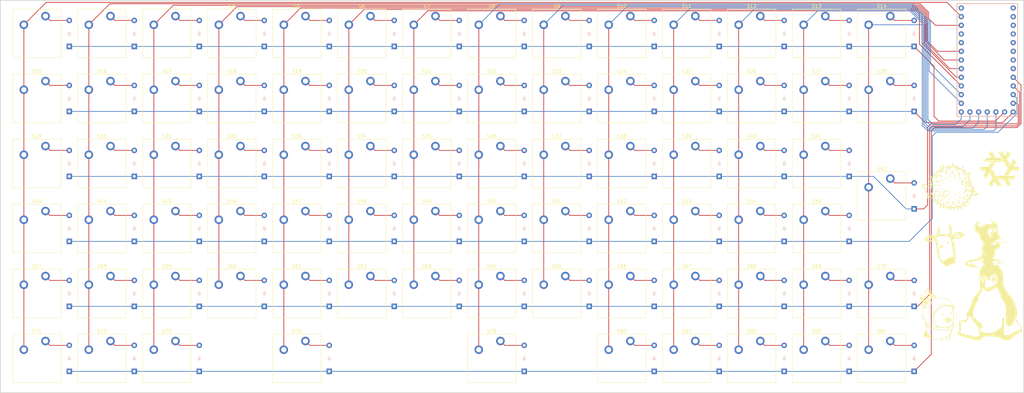
<source format=kicad_pcb>
(kicad_pcb (version 20241229) (generator "pcbnew") (generator_version "9.0")
  (layers (0 "F.Cu" signal) (2 "B.Cu" signal) (13 "F.Paste" user) (15 "B.Paste" user) (5 "F.SilkS" user "F.Silkscreen") (7 "B.SilkS" user "B.Silkscreen") (1 "F.Mask" user) (3 "B.Mask" user) (25 "Edge.Cuts" user))
  (net 0 "")
  (net 1 "Row 0")
  (net 2 "Net-(D1-A)")
  (net 3 "Net-(D2-A)")
  (net 4 "Net-(D3-A)")
  (net 5 "Net-(D4-A)")
  (net 6 "Net-(D5-A)")
  (net 7 "Net-(D6-A)")
  (net 8 "Net-(D7-A)")
  (net 9 "Net-(D8-A)")
  (net 10 "Net-(D9-A)")
  (net 11 "Net-(D10-A)")
  (net 12 "Net-(D11-A)")
  (net 13 "Net-(D12-A)")
  (net 14 "Net-(D13-A)")
  (net 15 "Net-(D14-A)")
  (net 16 "Net-(D15-A)")
  (net 17 "Row 1")
  (net 18 "Net-(D16-A)")
  (net 19 "Net-(D17-A)")
  (net 20 "Net-(D18-A)")
  (net 21 "Net-(D19-A)")
  (net 22 "Net-(D20-A)")
  (net 23 "Net-(D21-A)")
  (net 24 "Net-(D22-A)")
  (net 25 "Net-(D23-A)")
  (net 26 "Net-(D24-A)")
  (net 27 "Net-(D25-A)")
  (net 28 "Net-(D26-A)")
  (net 29 "Net-(D27-A)")
  (net 30 "Net-(D28-A)")
  (net 31 "Net-(D29-A)")
  (net 32 "Row 2")
  (net 33 "Net-(D30-A)")
  (net 34 "Net-(D31-A)")
  (net 35 "Net-(D32-A)")
  (net 36 "Net-(D33-A)")
  (net 37 "Net-(D34-A)")
  (net 38 "Net-(D35-A)")
  (net 39 "Net-(D36-A)")
  (net 40 "Net-(D37-A)")
  (net 41 "Net-(D38-A)")
  (net 42 "Net-(D39-A)")
  (net 43 "Net-(D40-A)")
  (net 44 "Net-(D41-A)")
  (net 45 "Net-(D42-A)")
  (net 46 "Row 3")
  (net 47 "Net-(D43-A)")
  (net 48 "Net-(D44-A)")
  (net 49 "Net-(D45-A)")
  (net 50 "Net-(D46-A)")
  (net 51 "Net-(D47-A)")
  (net 52 "Net-(D48-A)")
  (net 53 "Net-(D49-A)")
  (net 54 "Net-(D50-A)")
  (net 55 "Net-(D51-A)")
  (net 56 "Net-(D52-A)")
  (net 57 "Net-(D53-A)")
  (net 58 "Net-(D54-A)")
  (net 59 "Net-(D55-A)")
  (net 60 "Row 4")
  (net 61 "Net-(D57-A)")
  (net 62 "Net-(D58-A)")
  (net 63 "Net-(D59-A)")
  (net 64 "Net-(D60-A)")
  (net 65 "Net-(D61-A)")
  (net 66 "Net-(D62-A)")
  (net 67 "Net-(D63-A)")
  (net 68 "Net-(D64-A)")
  (net 69 "Net-(D65-A)")
  (net 70 "Net-(D66-A)")
  (net 71 "Net-(D67-A)")
  (net 72 "Net-(D68-A)")
  (net 73 "Net-(D69-A)")
  (net 74 "Net-(D70-A)")
  (net 75 "Row 5")
  (net 76 "Net-(D71-A)")
  (net 77 "Net-(D72-A)")
  (net 78 "Net-(D73-A)")
  (net 79 "Net-(D75-A)")
  (net 80 "Net-(D78-A)")
  (net 81 "Net-(D80-A)")
  (net 82 "Net-(D81-A)")
  (net 83 "Net-(D82-A)")
  (net 84 "Net-(D83-A)")
  (net 85 "Net-(D84-A)")
  (net 86 "Column 0")
  (net 87 "Column 1")
  (net 88 "Column 2")
  (net 89 "Column 3")
  (net 90 "Column 4")
  (net 91 "Column 5")
  (net 92 "Column 6")
  (net 93 "Column 7")
  (net 94 "Column 8")
  (net 95 "Column 9")
  (net 96 "Column 10")
  (net 97 "Column 11")
  (net 98 "Column 12")
  (net 99 "Column 13")
  (footprint "ScottoKeebs_MX:MX_PCB_1.00u" (layer "F.Cu") (at 50.345 67.47)
    (property "Reference" "S30")
    (property "Value" "Keyswitch")
  )
  (footprint "ScottoKeebs_MX:MX_PCB_1.00u" (layer "F.Cu") (at 240.845 124.62)
    (property "Reference" "S82")
    (property "Value" "Keyswitch")
  )
  (footprint "ScottoKeebs_MX:MX_PCB_1.00u" (layer "F.Cu") (at 145.595 105.57)
    (property "Reference" "S63")
    (property "Value" "Keyswitch")
  )
  (footprint "ScottoKeebs_MX:MX_PCB_1.00u" (layer "F.Cu") (at 202.745 67.47)
    (property "Reference" "S38")
    (property "Value" "Keyswitch")
  )
  (footprint "ScottoKeebs_MX:MX_PCB_1.00u" (layer "F.Cu") (at 164.6625 29.37)
    (property "Reference" "S8")
    (property "Value" "Keyswitch")
  )
  (footprint "ScottoKeebs_MX:MX_PCB_1.00u" (layer "F.Cu") (at 69.395 67.47)
    (property "Reference" "S31")
    (property "Value" "Keyswitch")
  )
  (footprint "ScottoKeebs_MX:MX_PCB_1.00u" (layer "F.Cu") (at 278.945 105.57)
    (property "Reference" "S70")
    (property "Value" "Keyswitch")
  )
  (footprint "ScottoKeebs_MX:MX_PCB_1.00u" (layer "F.Cu") (at 69.395 105.57)
    (property "Reference" "S59")
    (property "Value" "Keyswitch")
  )
  (footprint "ScottoKeebs_MX:MX_PCB_1.00u" (layer "F.Cu") (at 202.745 48.42)
    (property "Reference" "S24")
    (property "Value" "Keyswitch")
  )
  (footprint "ScottoKeebs_MX:MX_PCB_1.00u" (layer "F.Cu") (at 164.645 48.42)
    (property "Reference" "S22")
    (property "Value" "Keyswitch")
  )
  (footprint "ScottoKeebs_MX:MX_PCB_1.00u" (layer "F.Cu") (at 240.845 67.47)
    (property "Reference" "S40")
    (property "Value" "Keyswitch")
  )
  (footprint "ScottoKeebs_MX:MX_PCB_1.00u" (layer "F.Cu") (at 88.445 105.57)
    (property "Reference" "S60")
    (property "Value" "Keyswitch")
  )
  (footprint "ScottoKeebs_MX:MX_PCB_1.00u" (layer "F.Cu") (at 31.295 86.52)
    (property "Reference" "S43")
    (property "Value" "Keyswitch")
  )
  (footprint "ScottoKeebs_MX:MX_PCB_1.00u" (layer "F.Cu") (at 278.945 76.995)
    (property "Reference" "S42")
    (property "Value" "Keyswitch")
  )
  (footprint "ScottoKeebs_MX:MX_PCB_1.00u" (layer "F.Cu") (at 240.845 48.42)
    (property "Reference" "S26")
    (property "Value" "Keyswitch")
  )
  (footprint "ScottoKeebs_MX:MX_PCB_1.00u" (layer "F.Cu") (at 126.5625 29.37)
    (property "Reference" "S6")
    (property "Value" "Keyswitch")
  )
  (footprint "ScottoKeebs_MX:MX_PCB_1.00u" (layer "F.Cu") (at 164.645 67.47)
    (property "Reference" "S36")
    (property "Value" "Keyswitch")
  )
  (footprint "ScottoKeebs_MX:MX_PCB_1.00u" (layer "F.Cu") (at 69.395 48.42)
    (property "Reference" "S17")
    (property "Value" "Keyswitch")
  )
  (footprint "ScottoKeebs_MX:MX_PCB_1.00u" (layer "F.Cu") (at 221.79 29.36)
    (property "Reference" "S11")
    (property "Value" "Keyswitch")
  )
  (footprint "ScottoKeebs_MX:MX_PCB_1.00u" (layer "F.Cu") (at 278.945 124.62)
    (property "Reference" "S84")
    (property "Value" "Keyswitch")
  )
  (footprint "ScottoKeebs_MX:MX_PCB_1.00u" (layer "F.Cu") (at 221.795 67.47)
    (property "Reference" "S39")
    (property "Value" "Keyswitch")
  )
  (footprint "ScottoKeebs_MX:MX_PCB_1.00u" (layer "F.Cu") (at 164.645 105.57)
    (property "Reference" "S64")
    (property "Value" "Keyswitch")
  )
  (footprint "ScottoKeebs_MX:MX_PCB_1.00u" (layer "F.Cu") (at 31.295 48.42)
    (property "Reference" "S15")
    (property "Value" "Keyswitch")
  )
  (footprint "ScottoKeebs_MX:MX_PCB_1.00u" (layer "F.Cu") (at 145.595 48.42)
    (property "Reference" "S21")
    (property "Value" "Keyswitch")
  )
  (footprint "ScottoKeebs_MX:MX_PCB_1.00u" (layer "F.Cu") (at 88.4625 29.37)
    (property "Reference" "S4")
    (property "Value" "Keyswitch")
  )
  (footprint "ScottoKeebs_MX:MX_PCB_1.00u" (layer "F.Cu") (at 50.345 105.57)
    (property "Reference" "S58")
    (property "Value" "Keyswitch")
  )
  (footprint "ScottoKeebs_MX:MX_PCB_1.00u" (layer "F.Cu") (at 50.345 86.52)
    (property "Reference" "S44")
    (property "Value" "Keyswitch")
  )
  (footprint "ScottoKeebs_MX:MX_PCB_1.00u" (layer "F.Cu") (at 259.895 105.57)
    (property "Reference" "S69")
    (property "Value" "Keyswitch")
  )
  (footprint "ScottoKeebs_MX:MX_PCB_1.00u" (layer "F.Cu") (at 202.745 86.52)
    (property "Reference" "S52")
    (property "Value" "Keyswitch")
  )
  (footprint "LOGO" (layer "F.Cu") (at 305.095001 89.361909)
    (property "Reference" "G***" (hide yes))
    (property "Value" "LOGO" (hide yes))
  )
  (footprint "ScottoKeebs_MX:MX_PCB_1.00u" (layer "F.Cu") (at 50.345 124.62)
    (property "Reference" "S72")
    (property "Value" "Keyswitch")
  )
  (footprint "ScottoKeebs_MX:MX_PCB_1.00u" (layer "F.Cu") (at 107.5125 29.37)
    (property "Reference" "S5")
    (property "Value" "Keyswitch")
  )
  (footprint "ScottoKeebs_MX:MX_PCB_1.00u" (layer "F.Cu") (at 221.795 86.52)
    (property "Reference" "S53")
    (property "Value" "Keyswitch")
  )
  (footprint "ScottoKeebs_MX:MX_PCB_1.00u" (layer "F.Cu") (at 126.545 105.57)
    (property "Reference" "S62")
    (property "Value" "Keyswitch")
  )
  (footprint "ScottoKeebs_MX:MX_PCB_1.00u" (layer "F.Cu") (at 50.345 48.42)
    (property "Reference" "S16")
    (property "Value" "Keyswitch")
  )
  (footprint "ScottoKeebs_MX:MX_PCB_1.00u" (layer "F.Cu") (at 145.6125 29.37)
    (property "Reference" "S7")
    (property "Value" "Keyswitch")
  )
  (footprint "ScottoKeebs_MCU:RP2040_Pro_Micro" (layer "F.Cu") (at 309.90125 38.41875)
    (property "Reference" "U1" (hide yes))
    (property "Value" "RP2040_Pro_Micro" (hide yes))
  )
  (footprint "ScottoKeebs_MX:MX_PCB_1.00u" (layer "F.Cu") (at 126.545 86.52)
    (property "Reference" "S48")
    (property "Value" "Keyswitch")
  )
  (footprint "ScottoKeebs_MX:MX_PCB_1.00u" (layer "F.Cu") (at 88.445 86.52)
    (property "Reference" "S46")
    (property "Value" "Keyswitch")
  )
  (footprint "ScottoKeebs_MX:MX_PCB_1.00u" (layer "F.Cu") (at 259.895 124.62)
    (property "Reference" "S83")
    (property "Value" "Keyswitch")
  )
  (footprint "ScottoKeebs_MX:MX_PCB_1.00u" (layer "F.Cu") (at 107.495 86.52)
    (property "Reference" "S47")
    (property "Value" "Keyswitch")
  )
  (footprint "ScottoKeebs_MX:MX_PCB_1.00u" (layer "F.Cu") (at 145.595 86.52)
    (property "Reference" "S49")
    (property "Value" "Keyswitch")
  )
  (footprint "ScottoKeebs_MX:MX_PCB_1.00u" (layer "F.Cu") (at 107.495 48.42)
    (property "Reference" "S19")
    (property "Value" "Keyswitch")
  )
  (footprint "ScottoKeebs_MX:MX_PCB_1.00u" (layer "F.Cu") (at 107.495 105.57)
    (property "Reference" "S61")
    (property "Value" "Keyswitch")
  )
  (footprint "ScottoKeebs_MX:MX_PCB_1.00u" (layer "F.Cu") (at 31.295 124.62)
    (property "Reference" "S71")
    (property "Value" "Keyswitch")
  )
  (footprint "ScottoKeebs_MX:MX_PCB_1.00u" (layer "F.Cu") (at 183.695 105.57)
    (property "Reference" "S65")
    (property "Value" "Keyswitch")
  )
  (footprint "ScottoKeebs_MX:MX_PCB_1.00u" (layer "F.Cu") (at 278.945 48.42)
    (property "Reference" "S28")
    (property "Value" "Keyswitch")
  )
  (footprint "ScottoKeebs_MX:MX_PCB_1.00u" (layer "F.Cu") (at 145.595 67.47)
    (property "Reference" "S35")
    (property "Value" "Keyswitch")
  )
  (footprint "ScottoKeebs_MX:MX_PCB_1.00u" (layer "F.Cu") (at 183.695 29.37)
    (property "Reference" "S9")
    (property "Value" "Keyswitch")
  )
  (footprint "ScottoKeebs_MX:MX_PCB_1.00u" (layer "F.Cu") (at 31.295 67.47)
    (property "Reference" "S29")
    (property "Value" "Keyswitch")
  )
  (footprint "ScottoKeebs_MX:MX_PCB_1.00u" (layer "F.Cu") (at 69.395 124.62)
    (property "Reference" "S73")
    (property "Value" "Keyswitch")
  )
  (footprint "ScottoKeebs_MX:MX_PCB_1.00u" (layer "F.Cu") (at 164.645 86.52)
    (property "Reference" "S50")
    (property "Value" "Keyswitch")
  )
  (footprint "ScottoKeebs_MX:MX_PCB_1.00u" (layer "F.Cu") (at 278.945 29.37)
    (property "Reference" "S14")
    (property "Value" "Keyswitch")
  )
  (footprint "ScottoKeebs_MX:MX_PCB_1.00u" (layer "F.Cu") (at 240.845 86.52)
    (property "Reference" "S54")
    (property "Value" "Keyswitch")
  )
  (footprint "ScottoKeebs_MX:MX_PCB_1.00u" (layer "F.Cu") (at 126.545 67.47)
    (property "Reference" "S34")
    (property "Value" "Keyswitch")
  )
  (footprint "ScottoKeebs_MX:MX_PCB_3.00u" (layer "F.Cu") (at 107.495 124.62)
    (property "Reference" "S75")
    (property "Value" "Keyswitch")
  )
  (footprint "ScottoKeebs_MX:MX_PCB_1.00u" (layer "F.Cu") (at 88.445 48.42)
    (property "Reference" "S18")
    (property "Value" "Keyswitch")
  )
  (footprint "ScottoKeebs_MX:MX_PCB_1.00u" (layer "F.Cu") (at 202.745 124.62)
    (property "Reference" "S80")
    (property "Value" "Keyswitch")
  )
  (footprint "ScottoKeebs_MX:MX_PCB_1.00u" (layer "F.Cu") (at 259.895 29.37)
    (property "Reference" "S13")
    (property "Value" "Keyswitch")
  )
  (footprint "ScottoKeebs_MX:MX_PCB_1.00u" (layer "F.Cu") (at 259.895 48.42)
    (property "Reference" "S27")
    (property "Value" "Keyswitch")
  )
  (footprint "ScottoKeebs_MX:MX_PCB_1.00u" (layer "F.Cu") (at 202.745 29.37)
    (property "Reference" "S10")
    (property "Value" "Keyswitch")
  )
  (footprint "ScottoKeebs_MX:MX_PCB_1.00u" (layer "F.Cu") (at 107.495 67.47)
    (property "Reference" "S33")
    (property "Value" "Keyswitch")
  )
  (footprint "ScottoKeebs_MX:MX_PCB_1.00u" (layer "F.Cu") (at 221.795 105.57)
    (property "Reference" "S67")
    (property "Value" "Keyswitch")
  )
  (footprint "ScottoKeebs_MX:MX_PCB_1.00u" (layer "F.Cu") (at 50.345 29.37)
    (property "Reference" "S2" (hide yes))
    (property "Value" "Keyswitch")
  )
  (footprint "ScottoKeebs_MX:MX_PCB_1.00u" (layer "F.Cu") (at 31.295 29.37)
    (property "Reference" "S1" (hide yes))
    (property "Value" "Keyswitch")
  )
  (footprint "ScottoKeebs_MX:MX_PCB_1.00u" (layer "F.Cu") (at 126.545 48.42)
    (property "Reference" "S20")
    (property "Value" "Keyswitch")
  )
  (footprint "ScottoKeebs_MX:MX_PCB_1.00u" (layer "F.Cu") (at 202.745 105.57)
    (property "Reference" "S66")
    (property "Value" "Keyswitch")
  )
  (footprint "ScottoKeebs_MX:MX_PCB_1.00u" (layer "F.Cu") (at 221.795 124.62)
    (property "Reference" "S81")
    (property "Value" "Keyswitch")
  )
  (footprint "ScottoKeebs_MX:MX_PCB_1.00u" (layer "F.Cu") (at 240.845 105.57)
    (property "Reference" "S68")
    (property "Value" "Keyswitch")
  )
  (footprint "ScottoKeebs_MX:MX_PCB_1.00u" (layer "F.Cu") (at 240.845 29.37)
    (property "Reference" "S12")
    (property "Value" "Keyswitch")
  )
  (footprint "ScottoKeebs_MX:MX_PCB_1.00u" (layer "F.Cu") (at 259.895 86.52)
    (property "Reference" "S55")
    (property "Value" "Keyswitch")
  )
  (footprint "ScottoKeebs_MX:MX_PCB_1.00u" (layer "F.Cu") (at 183.695 48.42)
    (property "Reference" "S23")
    (property "Value" "Keyswitch")
  )
  (footprint "ScottoKeebs_MX:MX_PCB_1.00u" (layer "F.Cu") (at 69.395 29.37)
    (property "Reference" "S3" (hide yes))
    (property "Value" "Keyswitch")
  )
  (footprint "ScottoKeebs_MX:MX_PCB_1.00u" (layer "F.Cu") (at 69.395 86.52)
    (property "Reference" "S45")
    (property "Value" "Keyswitch")
  )
  (footprint "ScottoKeebs_MX:MX_PCB_1.00u" (layer "F.Cu") (at 183.695 86.52)
    (property "Reference" "S51")
    (property "Value" "Keyswitch")
  )
  (footprint "ScottoKeebs_MX:MX_PCB_1.00u" (layer "F.Cu") (at 88.445 67.47)
    (property "Reference" "S32")
    (property "Value" "Keyswitch")
  )
  (footprint "ScottoKeebs_MX:MX_PCB_3.00u" (layer "F.Cu") (at 164.645 124.62)
    (property "Reference" "S78")
    (property "Value" "Keyswitch")
  )
  (footprint "ScottoKeebs_MX:MX_PCB_1.00u" (layer "F.Cu") (at 259.895 67.47)
    (property "Reference" "S41")
    (property "Value" "Keyswitch")
  )
  (footprint "ScottoKeebs_MX:MX_PCB_1.00u" (layer "F.Cu") (at 31.295 105.57)
    (property "Reference" "S57")
    (property "Value" "Keyswitch")
  )
  (footprint "ScottoKeebs_MX:MX_PCB_1.00u" (layer "F.Cu") (at 221.795 48.42)
    (property "Reference" "S25")
    (property "Value" "Keyswitch")
  )
  (footprint "ScottoKeebs_MX:MX_PCB_1.00u" (layer "F.Cu") (at 183.695 67.47)
    (property "Reference" "S37")
    (property "Value" "Keyswitch")
  )
  (footprint "ScottoKeebs_Components:Diode_DO-35" (layer "B.Cu") (at 78.92 71.28 90)
    (property "Reference" "D31" (hide yes))
    (property "Value" "Diode" (hide yes))
  )
  (footprint "ScottoKeebs_Components:Diode_DO-35" (layer "B.Cu") (at 231.32 71.28 90)
    (property "Reference" "D39" (hide yes))
    (property "Value" "Diode" (hide yes))
  )
  (footprint "ScottoKeebs_Components:Diode_DO-35" (layer "B.Cu") (at 174.17 128.43 90)
    (property "Reference" "D78" (hide yes))
    (property "Value" "Diode" (hide yes))
  )
  (footprint "ScottoKeebs_Components:Diode_DO-35" (layer "B.Cu") (at 59.87 128.43 90)
    (property "Reference" "D72" (hide yes))
    (property "Value" "Diode" (hide yes))
  )
  (footprint "ScottoKeebs_Components:Diode_DO-35" (layer "B.Cu") (at 40.82 33.18 90)
    (property "Reference" "D1" (hide yes))
    (property "Value" "Diode" (hide yes))
  )
  (footprint "ScottoKeebs_Components:Diode_DO-35" (layer "B.Cu") (at 212.27 90.33 90)
    (property "Reference" "D52" (hide yes))
    (property "Value" "Diode" (hide yes))
  )
  (footprint "ScottoKeebs_Components:Diode_DO-35" (layer "B.Cu") (at 174.17 71.28 90)
    (property "Reference" "D36" (hide yes))
    (property "Value" "Diode" (hide yes))
  )
  (footprint "ScottoKeebs_Components:Diode_DO-35" (layer "B.Cu") (at 40.82 128.43 90)
    (property "Reference" "D71" (hide yes))
    (property "Value" "Diode" (hide yes))
  )
  (footprint "ScottoKeebs_Components:Diode_DO-35" (layer "B.Cu") (at 97.97 71.28 90)
    (property "Reference" "D32" (hide yes))
    (property "Value" "Diode" (hide yes))
  )
  (footprint "ScottoKeebs_Components:Diode_DO-35" (layer "B.Cu") (at 250.37 71.28 90)
    (property "Reference" "D40" (hide yes))
    (property "Value" "Diode" (hide yes))
  )
  (footprint "ScottoKeebs_Components:Diode_DO-35" (layer "B.Cu") (at 269.42 52.23 90)
    (property "Reference" "D27" (hide yes))
    (property "Value" "Diode" (hide yes))
  )
  (footprint "ScottoKeebs_Components:Diode_DO-35" (layer "B.Cu") (at 117.02 90.33 90)
    (property "Reference" "D47" (hide yes))
    (property "Value" "Diode" (hide yes))
  )
  (footprint "ScottoKeebs_Components:Diode_DO-35" (layer "B.Cu") (at 212.27 109.38 90)
    (property "Reference" "D66" (hide yes))
    (property "Value" "Diode" (hide yes))
  )
  (footprint "ScottoKeebs_Components:Diode_DO-35" (layer "B.Cu") (at 155.12 109.38 90)
    (property "Reference" "D63" (hide yes))
    (property "Value" "Diode" (hide yes))
  )
  (footprint "ScottoKeebs_Components:Diode_DO-35" (layer "B.Cu") (at 193.22 90.33 90)
    (property "Reference" "D51" (hide yes))
    (property "Value" "Diode" (hide yes))
  )
  (footprint "ScottoKeebs_Components:Diode_DO-35" (layer "B.Cu") (at 231.32 128.43 90)
    (property "Reference" "D81" (hide yes))
    (property "Value" "Diode" (hide yes))
  )
  (footprint "ScottoKeebs_Components:Diode_DO-35" (layer "B.Cu") (at 269.42 33.18 90)
    (property "Reference" "D13" (hide yes))
    (property "Value" "Diode" (hide yes))
  )
  (footprint "ScottoKeebs_Components:Diode_DO-35" (layer "B.Cu") (at 174.17 90.33 90)
    (property "Reference" "D50" (hide yes))
    (property "Value" "Diode" (hide yes))
  )
  (footprint "ScottoKeebs_Components:Diode_DO-35" (layer "B.Cu") (at 78.92 109.38 90)
    (property "Reference" "D59" (hide yes))
    (property "Value" "Diode" (hide yes))
  )
  (footprint "ScottoKeebs_Components:Diode_DO-35" (layer "B.Cu") (at 136.07 33.18 90)
    (property "Reference" "D6" (hide yes))
    (property "Value" "Diode" (hide yes))
  )
  (footprint "ScottoKeebs_Components:Diode_DO-35" (layer "B.Cu") (at 136.07 90.33 90)
    (property "Reference" "D48" (hide yes))
    (property "Value" "Diode" (hide yes))
  )
  (footprint "ScottoKeebs_Components:Diode_DO-35" (layer "B.Cu") (at 136.07 109.38 90)
    (property "Reference" "D62" (hide yes))
    (property "Value" "Diode" (hide yes))
  )
  (footprint "ScottoKeebs_Components:Diode_DO-35" (layer "B.Cu") (at 212.27 128.43 90)
    (property "Reference" "D80" (hide yes))
    (property "Value" "Diode" (hide yes))
  )
  (footprint "ScottoKeebs_Components:Diode_DO-35" (layer "B.Cu") (at 78.92 33.18 90)
    (property "Reference" "D3" (hide yes))
    (property "Value" "Diode" (hide yes))
  )
  (footprint "ScottoKeebs_Components:Diode_DO-35" (layer "B.Cu") (at 155.12 71.28 90)
    (property "Reference" "D35" (hide yes))
    (property "Value" "Diode" (hide yes))
  )
  (footprint "ScottoKeebs_Components:Diode_DO-35" (layer "B.Cu") (at 250.37 90.33 90)
    (property "Reference" "D54" (hide yes))
    (property "Value" "Diode" (hide yes))
  )
  (footprint "ScottoKeebs_Components:Diode_DO-35" (layer "B.Cu") (at 231.32 52.23 90)
    (property "Reference" "D25" (hide yes))
    (property "Value" "Diode" (hide yes))
  )
  (footprint "ScottoKeebs_Components:Diode_DO-35" (layer "B.Cu") (at 40.82 109.38 90)
    (property "Reference" "D57" (hide yes))
    (property "Value" "Diode" (hide yes))
  )
  (footprint "ScottoKeebs_Components:Diode_DO-35" (layer "B.Cu") (at 59.87 71.28 90)
    (property "Reference" "D30" (hide yes))
    (property "Value" "Diode" (hide yes))
  )
  (footprint "ScottoKeebs_Components:Diode_DO-35" (layer "B.Cu") (at 117.02 128.43 90)
    (property "Reference" "D75" (hide yes))
    (property "Value" "Diode" (hide yes))
  )
  (footprint "ScottoKeebs_Components:Diode_DO-35" (layer "B.Cu") (at 155.12 52.23 90)
    (property "Reference" "D21" (hide yes))
    (property "Value" "Diode" (hide yes))
  )
  (footprint "ScottoKeebs_Components:Diode_DO-35" (layer "B.Cu") (at 193.22 33.18 90)
    (property "Reference" "D9" (hide yes))
    (property "Value" "Diode" (hide yes))
  )
  (footprint "ScottoKeebs_Components:Diode_DO-35" (layer "B.Cu") (at 59.87 90.33 90)
    (property "Reference" "D44" (hide yes))
    (property "Value" "Diode" (hide yes))
  )
  (footprint "ScottoKeebs_Components:Diode_DO-35" (layer "B.Cu") (at 288.47 109.38 90)
    (property "Reference" "D70" (hide yes))
    (property "Value" "Diode" (hide yes))
  )
  (footprint "ScottoKeebs_Components:Diode_DO-35" (layer "B.Cu") (at 288.47 52.23 90)
    (property "Reference" "D28" (hide yes))
    (property "Value" "Diode" (hide yes))
  )
  (footprint "ScottoKeebs_Components:Diode_DO-35" (layer "B.Cu") (at 78.92 52.23 90)
    (property "Reference" "D17" (hide yes))
    (property "Value" "Diode" (hide yes))
  )
  (footprint "ScottoKeebs_Components:Diode_DO-35" (layer "B.Cu") (at 136.07 71.28 90)
    (property "Reference" "D34" (hide yes))
    (property "Value" "Diode" (hide yes))
  )
  (footprint "ScottoKeebs_Components:Diode_DO-35" (layer "B.Cu") (at 212.27 33.18 90)
    (property "Reference" "D10" (hide yes))
    (property "Value" "Diode" (hide yes))
  )
  (footprint "ScottoKeebs_Components:Diode_DO-35" (layer "B.Cu") (at 174.17 109.38 90)
    (property "Reference" "D64" (hide yes))
    (property "Value" "Diode" (hide yes))
  )
  (footprint "ScottoKeebs_Components:Diode_DO-35" (layer "B.Cu") (at 231.32 109.38 90)
    (property "Reference" "D67" (hide yes))
    (property "Value" "Diode" (hide yes))
  )
  (footprint "ScottoKeebs_Components:Diode_DO-35" (layer "B.Cu") (at 155.12 90.33 90)
    (property "Reference" "D49" (hide yes))
    (property "Value" "Diode" (hide yes))
  )
  (footprint "ScottoKeebs_Components:Diode_DO-35" (layer "B.Cu") (at 212.27 71.28 90)
    (property "Reference" "D38" (hide yes))
    (property "Value" "Diode" (hide yes))
  )
  (footprint "ScottoKeebs_Components:Diode_DO-35" (layer "B.Cu") (at 269.42 128.43 90)
    (property "Reference" "D83" (hide yes))
    (property "Value" "Diode" (hide yes))
  )
  (footprint "ScottoKeebs_Components:Diode_DO-35" (layer "B.Cu") (at 269.42 109.38 90)
    (property "Reference" "D69" (hide yes))
    (property "Value" "Diode" (hide yes))
  )
  (footprint "ScottoKeebs_Components:Diode_DO-35" (layer "B.Cu") (at 59.87 33.18 90)
    (property "Reference" "D2" (hide yes))
    (property "Value" "Diode" (hide yes))
  )
  (footprint "ScottoKeebs_Components:Diode_DO-35" (layer "B.Cu") (at 97.97 52.23 90)
    (property "Reference" "D18" (hide yes))
    (property "Value" "Diode" (hide yes))
  )
  (footprint "ScottoKeebs_Components:Diode_DO-35" (layer "B.Cu") (at 117.02 109.38 90)
    (property "Reference" "D61" (hide yes))
    (property "Value" "Diode" (hide yes))
  )
  (footprint "ScottoKeebs_Components:Diode_DO-35" (layer "B.Cu") (at 269.42 90.33 90)
    (property "Reference" "D55" (hide yes))
    (property "Value" "Diode" (hide yes))
  )
  (footprint "ScottoKeebs_Components:Diode_DO-35" (layer "B.Cu") (at 59.87 109.38 90)
    (property "Reference" "D58" (hide yes))
    (property "Value" "Diode" (hide yes))
  )
  (footprint "ScottoKeebs_Components:Diode_DO-35" (layer "B.Cu") (at 193.22 109.38 90)
    (property "Reference" "D65" (hide yes))
    (property "Value" "Diode" (hide yes))
  )
  (footprint "ScottoKeebs_Components:Diode_DO-35" (layer "B.Cu") (at 250.37 128.43 90)
    (property "Reference" "D82" (hide yes))
    (property "Value" "Diode" (hide yes))
  )
  (footprint "ScottoKeebs_Components:Diode_DO-35" (layer "B.Cu") (at 117.02 33.18 90)
    (property "Reference" "D5" (hide yes))
    (property "Value" "Diode" (hide yes))
  )
  (footprint "ScottoKeebs_Components:Diode_DO-35" (layer "B.Cu") (at 212.27 52.23 90)
    (property "Reference" "D24" (hide yes))
    (property "Value" "Diode" (hide yes))
  )
  (footprint "ScottoKeebs_Components:Diode_DO-35" (layer "B.Cu") (at 288.47 33.18 90)
    (property "Reference" "D14" (hide yes))
    (property "Value" "Diode" (hide yes))
  )
  (footprint "ScottoKeebs_Components:Diode_DO-35" (layer "B.Cu") (at 117.02 71.28 90)
    (property "Reference" "D33" (hide yes))
    (property "Value" "Diode" (hide yes))
  )
  (footprint "ScottoKeebs_Components:Diode_DO-35" (layer "B.Cu") (at 231.32 33.18 90)
    (property "Reference" "D11" (hide yes))
    (property "Value" "Diode" (hide yes))
  )
  (footprint "ScottoKeebs_Components:Diode_DO-35" (layer "B.Cu") (at 97.97 90.33 90)
    (property "Reference" "D46" (hide yes))
    (property "Value" "Diode" (hide yes))
  )
  (footprint "ScottoKeebs_Components:Diode_DO-35" (layer "B.Cu") (at 250.37 33.18 90)
    (property "Reference" "D12" (hide yes))
    (property "Value" "Diode" (hide yes))
  )
  (footprint "ScottoKeebs_Components:Diode_DO-35" (layer "B.Cu") (at 288.47 128.43 90)
    (property "Reference" "D84" (hide yes))
    (property "Value" "Diode" (hide yes))
  )
  (footprint "ScottoKeebs_Components:Diode_DO-35" (layer "B.Cu") (at 136.07 52.23 90)
    (property "Reference" "D20" (hide yes))
    (property "Value" "Diode" (hide yes))
  )
  (footprint "ScottoKeebs_Components:Diode_DO-35" (layer "B.Cu") (at 40.82 71.28 90)
    (property "Reference" "D29" (hide yes))
    (property "Value" "Diode" (hide yes))
  )
  (footprint "ScottoKeebs_Components:Diode_DO-35" (layer "B.Cu") (at 40.82 90.33 90)
    (property "Reference" "D43" (hide yes))
    (property "Value" "Diode" (hide yes))
  )
  (footprint "ScottoKeebs_Components:Diode_DO-35" (layer "B.Cu") (at 40.82 52.23 90)
    (property "Reference" "D15" (hide yes))
    (property "Value" "Diode" (hide yes))
  )
  (footprint "ScottoKeebs_Components:Diode_DO-35" (layer "B.Cu") (at 78.92 90.33 90)
    (property "Reference" "D45" (hide yes))
    (property "Value" "Diode" (hide yes))
  )
  (footprint "ScottoKeebs_Components:Diode_DO-35" (layer "B.Cu") (at 117.02 52.23 90)
    (property "Reference" "D19" (hide yes))
    (property "Value" "Diode" (hide yes))
  )
  (footprint "ScottoKeebs_Components:Diode_DO-35" (layer "B.Cu") (at 269.42 71.28 90)
    (property "Reference" "D41" (hide yes))
    (property "Value" "Diode" (hide yes))
  )
  (footprint "ScottoKeebs_Components:Diode_DO-35" (layer "B.Cu") (at 78.92 128.43 90)
    (property "Reference" "D73" (hide yes))
    (property "Value" "Diode" (hide yes))
  )
  (footprint "ScottoKeebs_Components:Diode_DO-35" (layer "B.Cu") (at 97.97 109.38 90)
    (property "Reference" "D60" (hide yes))
    (property "Value" "Diode" (hide yes))
  )
  (footprint "ScottoKeebs_Components:Diode_DO-35" (layer "B.Cu") (at 174.17 52.23 90)
    (property "Reference" "D22" (hide yes))
    (property "Value" "Diode" (hide yes))
  )
  (footprint "ScottoKeebs_Components:Diode_DO-35" (layer "B.Cu") (at 174.17 33.18 90)
    (property "Reference" "D8" (hide yes))
    (property "Value" "Diode" (hide yes))
  )
  (footprint "ScottoKeebs_Components:Diode_DO-35" (layer "B.Cu") (at 59.87 52.23 90)
    (property "Reference" "D16" (hide yes))
    (property "Value" "Diode" (hide yes))
  )
  (footprint "ScottoKeebs_Components:Diode_DO-35" (layer "B.Cu") (at 231.32 90.33 90)
    (property "Reference" "D53" (hide yes))
    (property "Value" "Diode" (hide yes))
  )
  (footprint "ScottoKeebs_Components:Diode_DO-35" (layer "B.Cu") (at 250.37 52.23 90)
    (property "Reference" "D26" (hide yes))
    (property "Value" "Diode" (hide yes))
  )
  (footprint "ScottoKeebs_Components:Diode_DO-35" (layer "B.Cu") (at 193.22 71.28 90)
    (property "Reference" "D37" (hide yes))
    (property "Value" "Diode" (hide yes))
  )
  (footprint "ScottoKeebs_Components:Diode_DO-35" (layer "B.Cu") (at 288.47 80.805 90)
    (property "Reference" "D42" (hide yes))
    (property "Value" "Diode" (hide yes))
  )
  (footprint "ScottoKeebs_Components:Diode_DO-35" (layer "B.Cu") (at 97.97 33.18 90)
    (property "Reference" "D4" (hide yes))
    (property "Value" "Diode" (hide yes))
  )
  (footprint "ScottoKeebs_Components:Diode_DO-35" (layer "B.Cu") (at 250.37 109.38 90)
    (property "Reference" "D68" (hide yes))
    (property "Value" "Diode" (hide yes))
  )
  (footprint "ScottoKeebs_Components:Diode_DO-35" (layer "B.Cu") (at 193.22 52.23 90)
    (property "Reference" "D23" (hide yes))
    (property "Value" "Diode" (hide yes))
  )
  (footprint "ScottoKeebs_Components:Diode_DO-35" (layer "B.Cu") (at 155.12 33.18 90)
    (property "Reference" "D7" (hide yes))
    (property "Value" "Diode" (hide yes))
  )
  (gr_rect (start 20.595 19.67) (end 320.595 134.67) (stroke (width 0.2)) (fill no) (layer "Edge.Cuts"))
  (segment (start 314.98125 52.38875) (end 312.3 55.07) (width 0.2) (layer "F.Cu") (net 1))
  (segment (start 312.3 55.07) (end 295.695 55.07) (width 0.2) (layer "F.Cu") (net 1))
  (segment (start 295.695 55.07) (end 294.295 53.67) (width 0.2) (layer "F.Cu") (net 1))
  (segment (start 294.295 39.005) (end 288.47 33.18) (width 0.2) (layer "F.Cu") (net 1))
  (segment (start 294.295 53.67) (end 294.295 39.005) (width 0.2) (layer "F.Cu") (net 1))
  (segment (start 59.87 33.18) (end 288.47 33.18) (width 0.2) (layer "B.Cu") (net 1))
  (segment (start 40.82 33.18) (end 59.87 33.18) (width 0.2) (layer "B.Cu") (net 1))
  (segment (start 33.835 24.29) (end 35.105 25.56) (width 0.2) (layer "F.Cu") (net 2))
  (segment (start 35.105 25.56) (end 40.82 25.56) (width 0.2) (layer "F.Cu") (net 2))
  (segment (start 52.885 24.29) (end 54.155 25.56) (width 0.2) (layer "F.Cu") (net 3))
  (segment (start 54.155 25.56) (end 59.87 25.56) (width 0.2) (layer "F.Cu") (net 3))
  (segment (start 71.935 24.29) (end 73.205 25.56) (width 0.2) (layer "F.Cu") (net 4))
  (segment (start 73.205 25.56) (end 78.92 25.56) (width 0.2) (layer "F.Cu") (net 4))
  (segment (start 92.2725 25.56) (end 97.97 25.56) (width 0.2) (layer "F.Cu") (net 5))
  (segment (start 91.0025 24.29) (end 92.2725 25.56) (width 0.2) (layer "F.Cu") (net 5))
  (segment (start 110.0525 24.29) (end 111.3225 25.56) (width 0.2) (layer "F.Cu") (net 6))
  (segment (start 111.3225 25.56) (end 117.02 25.56) (width 0.2) (layer "F.Cu") (net 6))
  (segment (start 129.1025 24.29) (end 130.3725 25.56) (width 0.2) (layer "F.Cu") (net 7))
  (segment (start 130.3725 25.56) (end 136.07 25.56) (width 0.2) (layer "F.Cu") (net 7))
  (segment (start 149.4225 25.56) (end 155.12 25.56) (width 0.2) (layer "F.Cu") (net 8))
  (segment (start 148.1525 24.29) (end 149.4225 25.56) (width 0.2) (layer "F.Cu") (net 8))
  (segment (start 167.2025 24.29) (end 168.4725 25.56) (width 0.2) (layer "F.Cu") (net 9))
  (segment (start 168.4725 25.56) (end 174.17 25.56) (width 0.2) (layer "F.Cu") (net 9))
  (segment (start 186.235 24.29) (end 187.505 25.56) (width 0.2) (layer "F.Cu") (net 10))
  (segment (start 187.505 25.56) (end 193.22 25.56) (width 0.2) (layer "F.Cu") (net 10))
  (segment (start 205.285 24.29) (end 206.555 25.56) (width 0.2) (layer "F.Cu") (net 11))
  (segment (start 206.555 25.56) (end 212.27 25.56) (width 0.2) (layer "F.Cu") (net 11))
  (segment (start 225.61 25.56) (end 231.32 25.56) (width 0.2) (layer "F.Cu") (net 12))
  (segment (start 224.33 24.28) (end 225.61 25.56) (width 0.2) (layer "F.Cu") (net 12))
  (segment (start 244.655 25.56) (end 250.37 25.56) (width 0.2) (layer "F.Cu") (net 13))
  (segment (start 243.385 24.29) (end 244.655 25.56) (width 0.2) (layer "F.Cu") (net 13))
  (segment (start 263.705 25.56) (end 269.42 25.56) (width 0.2) (layer "F.Cu") (net 14))
  (segment (start 262.435 24.29) (end 263.705 25.56) (width 0.2) (layer "F.Cu") (net 14))
  (segment (start 281.485 24.29) (end 282.755 25.56) (width 0.2) (layer "F.Cu") (net 15))
  (segment (start 282.755 25.56) (end 288.47 25.56) (width 0.2) (layer "F.Cu") (net 15))
  (segment (start 33.835 43.34) (end 35.105 44.61) (width 0.2) (layer "F.Cu") (net 16))
  (segment (start 33.835 43.49875) (end 33.67625 43.6575) (width 0.2) (layer "F.Cu") (net 16))
  (segment (start 35.105 44.61) (end 40.82 44.61) (width 0.2) (layer "F.Cu") (net 16))
  (segment (start 33.835 43.34) (end 33.835 43.49875) (width 0.2) (layer "F.Cu") (net 16))
  (segment (start 291.711 55.471) (end 288.47 52.23) (width 0.2) (layer "F.Cu") (net 17))
  (segment (start 317.52125 52.38875) (end 314.439 55.471) (width 0.2) (layer "F.Cu") (net 17))
  (segment (start 314.439 55.471) (end 291.711 55.471) (width 0.2) (layer "F.Cu") (net 17))
  (segment (start 40.82 52.23) (end 288.47 52.23) (width 0.2) (layer "B.Cu") (net 17))
  (segment (start 52.885 43.34) (end 54.155 44.61) (width 0.2) (layer "F.Cu") (net 18))
  (segment (start 54.155 44.61) (end 59.87 44.61) (width 0.2) (layer "F.Cu") (net 18))
  (segment (start 71.935 43.34) (end 73.205 44.61) (width 0.2) (layer "F.Cu") (net 19))
  (segment (start 73.205 44.61) (end 78.92 44.61) (width 0.2) (layer "F.Cu") (net 19))
  (segment (start 90.985 43.34) (end 92.255 44.61) (width 0.2) (layer "F.Cu") (net 20))
  (segment (start 92.255 44.61) (end 97.97 44.61) (width 0.2) (layer "F.Cu") (net 20))
  (segment (start 111.305 44.61) (end 117.02 44.61) (width 0.2) (layer "F.Cu") (net 21))
  (segment (start 110.035 43.34) (end 111.305 44.61) (width 0.2) (layer "F.Cu") (net 21))
  (segment (start 129.085 43.34) (end 130.355 44.61) (width 0.2) (layer "F.Cu") (net 22))
  (segment (start 130.355 44.61) (end 136.07 44.61) (width 0.2) (layer "F.Cu") (net 22))
  (segment (start 149.405 44.61) (end 155.12 44.61) (width 0.2) (layer "F.Cu") (net 23))
  (segment (start 148.135 43.34) (end 149.405 44.61) (width 0.2) (layer "F.Cu") (net 23))
  (segment (start 167.185 43.34) (end 168.455 44.61) (width 0.2) (layer "F.Cu") (net 24))
  (segment (start 168.455 44.61) (end 174.17 44.61) (width 0.2) (layer "F.Cu") (net 24))
  (segment (start 187.505 44.61) (end 193.22 44.61) (width 0.2) (layer "F.Cu") (net 25))
  (segment (start 186.235 43.34) (end 187.505 44.61) (width 0.2) (layer "F.Cu") (net 25))
  (segment (start 205.285 43.34) (end 206.555 44.61) (width 0.2) (layer "F.Cu") (net 26))
  (segment (start 206.555 44.61) (end 212.27 44.61) (width 0.2) (layer "F.Cu") (net 26))
  (segment (start 224.335 43.34) (end 225.605 44.61) (width 0.2) (layer "F.Cu") (net 27))
  (segment (start 225.605 44.61) (end 231.32 44.61) (width 0.2) (layer "F.Cu") (net 27))
  (segment (start 244.655 44.61) (end 250.37 44.61) (width 0.2) (layer "F.Cu") (net 28))
  (segment (start 243.385 43.34) (end 244.655 44.61) (width 0.2) (layer "F.Cu") (net 28))
  (segment (start 263.705 44.61) (end 269.42 44.61) (width 0.2) (layer "F.Cu") (net 29))
  (segment (start 262.435 43.34) (end 263.705 44.61) (width 0.2) (layer "F.Cu") (net 29))
  (segment (start 281.485 43.34) (end 282.755 44.61) (width 0.2) (layer "F.Cu") (net 30))
  (segment (start 282.755 44.61) (end 288.47 44.61) (width 0.2) (layer "F.Cu") (net 30))
  (segment (start 33.835 62.39) (end 35.105 63.66) (width 0.2) (layer "F.Cu") (net 31))
  (segment (start 35.105 63.66) (end 40.82 63.66) (width 0.2) (layer "F.Cu") (net 31))
  (segment (start 291.26 80.805) (end 292.395 79.67) (width 0.2) (layer "F.Cu") (net 32))
  (segment (start 318.593 55.872) (end 318.995 55.47) (width 0.2) (layer "F.Cu") (net 32))
  (segment (start 293.393 55.872) (end 318.593 55.872) (width 0.2) (layer "F.Cu") (net 32))
  (segment (start 318.61625 49.84875) (end 317.52125 49.84875) (width 0.2) (layer "F.Cu") (net 32))
  (segment (start 292.395 56.87) (end 293.393 55.872) (width 0.2) (layer "F.Cu") (net 32))
  (segment (start 288.47 80.805) (end 291.26 80.805) (width 0.2) (layer "F.Cu") (net 32))
  (segment (start 318.995 55.47) (end 318.995 50.2275) (width 0.2) (layer "F.Cu") (net 32))
  (segment (start 292.395 79.67) (end 292.395 56.87) (width 0.2) (layer "F.Cu") (net 32))
  (segment (start 318.995 50.2275) (end 318.61625 49.84875) (width 0.2) (layer "F.Cu") (net 32))
  (segment (start 276.576174 71.28) (end 286.101174 80.805) (width 0.2) (layer "B.Cu") (net 32))
  (segment (start 286.101174 80.805) (end 288.47 80.805) (width 0.2) (layer "B.Cu") (net 32))
  (segment (start 40.82 71.28) (end 269.42 71.28) (width 0.2) (layer "B.Cu") (net 32))
  (segment (start 269.42 71.28) (end 276.576174 71.28) (width 0.2) (layer "B.Cu") (net 32))
  (segment (start 54.155 63.66) (end 59.87 63.66) (width 0.2) (layer "F.Cu") (net 33))
  (segment (start 52.885 62.39) (end 54.155 63.66) (width 0.2) (layer "F.Cu") (net 33))
  (segment (start 73.205 63.66) (end 78.92 63.66) (width 0.2) (layer "F.Cu") (net 34))
  (segment (start 71.935 62.39) (end 73.205 63.66) (width 0.2) (layer "F.Cu") (net 34))
  (segment (start 90.985 62.39) (end 92.255 63.66) (width 0.2) (layer "F.Cu") (net 35))
  (segment (start 92.255 63.66) (end 97.97 63.66) (width 0.2) (layer "F.Cu") (net 35))
  (segment (start 111.305 63.66) (end 117.02 63.66) (width 0.2) (layer "F.Cu") (net 36))
  (segment (start 110.035 62.39) (end 111.305 63.66) (width 0.2) (layer "F.Cu") (net 36))
  (segment (start 129.085 62.39) (end 130.355 63.66) (width 0.2) (layer "F.Cu") (net 37))
  (segment (start 130.355 63.66) (end 136.07 63.66) (width 0.2) (layer "F.Cu") (net 37))
  (segment (start 149.405 63.66) (end 155.12 63.66) (width 0.2) (layer "F.Cu") (net 38))
  (segment (start 148.135 62.39) (end 149.405 63.66) (width 0.2) (layer "F.Cu") (net 38))
  (segment (start 168.455 63.66) (end 174.17 63.66) (width 0.2) (layer "F.Cu") (net 39))
  (segment (start 167.185 62.39) (end 168.455 63.66) (width 0.2) (layer "F.Cu") (net 39))
  (segment (start 187.505 63.66) (end 193.22 63.66) (width 0.2) (layer "F.Cu") (net 40))
  (segment (start 186.235 62.39) (end 187.505 63.66) (width 0.2) (layer "F.Cu") (net 40))
  (segment (start 206.555 63.66) (end 212.27 63.66) (width 0.2) (layer "F.Cu") (net 41))
  (segment (start 205.285 62.39) (end 206.555 63.66) (width 0.2) (layer "F.Cu") (net 41))
  (segment (start 225.605 63.66) (end 231.32 63.66) (width 0.2) (layer "F.Cu") (net 42))
  (segment (start 224.335 62.39) (end 225.605 63.66) (width 0.2) (layer "F.Cu") (net 42))
  (segment (start 243.385 62.39) (end 244.655 63.66) (width 0.2) (layer "F.Cu") (net 43))
  (segment (start 244.655 63.66) (end 250.37 63.66) (width 0.2) (layer "F.Cu") (net 43))
  (segment (start 262.435 62.39) (end 263.705 63.66) (width 0.2) (layer "F.Cu") (net 44))
  (segment (start 263.705 63.66) (end 269.42 63.66) (width 0.2) (layer "F.Cu") (net 44))
  (segment (start 281.485 71.915) (end 282.755 73.185) (width 0.2) (layer "F.Cu") (net 45))
  (segment (start 282.755 73.185) (end 288.47 73.185) (width 0.2) (layer "F.Cu") (net 45))
  (segment (start 293.795 59.47) (end 294.895 58.37) (width 0.2) (layer "B.Cu") (net 46))
  (segment (start 318.58425 48.37175) (end 317.52125 47.30875) (width 0.2) (layer "B.Cu") (net 46))
  (segment (start 269.42 90.33) (end 287.035 90.33) (width 0.2) (layer "B.Cu") (net 46))
  (segment (start 40.82 90.33) (end 269.42 90.33) (width 0.2) (layer "B.Cu") (net 46))
  (segment (start 287.035 90.33) (end 293.795 83.57) (width 0.2) (layer "B.Cu") (net 46))
  (segment (start 293.795 83.57) (end 293.795 59.47) (width 0.2) (layer "B.Cu") (net 46))
  (segment (start 318.58425 52.82906) (end 318.58425 48.37175) (width 0.2) (layer "B.Cu") (net 46))
  (segment (start 294.895 58.37) (end 313.04331 58.37) (width 0.2) (layer "B.Cu") (net 46))
  (segment (start 313.04331 58.37) (end 318.58425 52.82906) (width 0.2) (layer "B.Cu") (net 46))
  (segment (start 33.835 81.44) (end 35.105 82.71) (width 0.2) (layer "F.Cu") (net 47))
  (segment (start 35.105 82.71) (end 40.82 82.71) (width 0.2) (layer "F.Cu") (net 47))
  (segment (start 54.155 82.71) (end 59.87 82.71) (width 0.2) (layer "F.Cu") (net 48))
  (segment (start 52.885 81.44) (end 54.155 82.71) (width 0.2) (layer "F.Cu") (net 48))
  (segment (start 71.935 81.44) (end 73.205 82.71) (width 0.2) (layer "F.Cu") (net 49))
  (segment (start 73.205 82.71) (end 78.92 82.71) (width 0.2) (layer "F.Cu") (net 49))
  (segment (start 92.255 82.71) (end 97.97 82.71) (width 0.2) (layer "F.Cu") (net 50))
  (segment (start 90.985 81.44) (end 92.255 82.71) (width 0.2) (layer "F.Cu") (net 50))
  (segment (start 110.035 81.44) (end 111.305 82.71) (width 0.2) (layer "F.Cu") (net 51))
  (segment (start 111.305 82.71) (end 117.02 82.71) (width 0.2) (layer "F.Cu") (net 51))
  (segment (start 129.085 81.44) (end 130.355 82.71) (width 0.2) (layer "F.Cu") (net 52))
  (segment (start 130.355 82.71) (end 136.07 82.71) (width 0.2) (layer "F.Cu") (net 52))
  (segment (start 149.405 82.71) (end 155.12 82.71) (width 0.2) (layer "F.Cu") (net 53))
  (segment (start 148.135 81.44) (end 149.405 82.71) (width 0.2) (layer "F.Cu") (net 53))
  (segment (start 167.185 81.44) (end 168.455 82.71) (width 0.2) (layer "F.Cu") (net 54))
  (segment (start 168.455 82.71) (end 174.17 82.71) (width 0.2) (layer "F.Cu") (net 54))
  (segment (start 186.235 81.44) (end 187.505 82.71) (width 0.2) (layer "F.Cu") (net 55))
  (segment (start 187.505 82.71) (end 193.22 82.71) (width 0.2) (layer "F.Cu") (net 55))
  (segment (start 205.285 81.44) (end 206.555 82.71) (width 0.2) (layer "F.Cu") (net 56))
  (segment (start 206.555 82.71) (end 212.27 82.71) (width 0.2) (layer "F.Cu") (net 56))
  (segment (start 225.605 82.71) (end 231.32 82.71) (width 0.2) (layer "F.Cu") (net 57))
  (segment (start 224.335 81.44) (end 225.605 82.71) (width 0.2) (layer "F.Cu") (net 57))
  (segment (start 244.655 82.71) (end 250.37 82.71) (width 0.2) (layer "F.Cu") (net 58))
  (segment (start 243.385 81.44) (end 244.655 82.71) (width 0.2) (layer "F.Cu") (net 58))
  (segment (start 263.705 82.71) (end 269.42 82.71) (width 0.2) (layer "F.Cu") (net 59))
  (segment (start 262.435 81.44) (end 263.705 82.71) (width 0.2) (layer "F.Cu") (net 59))
  (segment (start 319.396 46.6435) (end 319.396 55.6361) (width 0.2) (layer "F.Cu") (net 60))
  (segment (start 319.396 55.6361) (end 318.5621 56.47) (width 0.2) (layer "F.Cu") (net 60))
  (segment (start 317.52125 44.76875) (end 319.396 46.6435) (width 0.2) (layer "F.Cu") (net 60))
  (segment (start 289.505 109.38) (end 288.47 109.38) (width 0.2) (layer "F.Cu") (net 60))
  (segment (start 318.5621 56.47) (end 293.795 56.47) (width 0.2) (layer "F.Cu") (net 60))
  (segment (start 293.795 56.47) (end 292.995 57.27) (width 0.2) (layer "F.Cu") (net 60))
  (segment (start 292.995 57.27) (end 292.995 105.89) (width 0.2) (layer "F.Cu") (net 60))
  (segment (start 292.995 105.89) (end 289.505 109.38) (width 0.2) (layer "F.Cu") (net 60))
  (segment (start 40.82 109.38) (end 288.47 109.38) (width 0.2) (layer "B.Cu") (net 60))
  (segment (start 33.835 100.49) (end 35.105 101.76) (width 0.2) (layer "F.Cu") (net 61))
  (segment (start 35.105 101.76) (end 40.82 101.76) (width 0.2) (layer "F.Cu") (net 61))
  (segment (start 54.155 101.76) (end 59.87 101.76) (width 0.2) (layer "F.Cu") (net 62))
  (segment (start 52.885 100.49) (end 54.155 101.76) (width 0.2) (layer "F.Cu") (net 62))
  (segment (start 71.935 100.49) (end 73.205 101.76) (width 0.2) (layer "F.Cu") (net 63))
  (segment (start 73.205 101.76) (end 78.92 101.76) (width 0.2) (layer "F.Cu") (net 63))
  (segment (start 90.985 100.49) (end 92.255 101.76) (width 0.2) (layer "F.Cu") (net 64))
  (segment (start 92.255 101.76) (end 97.97 101.76) (width 0.2) (layer "F.Cu") (net 64))
  (segment (start 110.035 100.49) (end 111.305 101.76) (width 0.2) (layer "F.Cu") (net 65))
  (segment (start 111.305 101.76) (end 117.02 101.76) (width 0.2) (layer "F.Cu") (net 65))
  (segment (start 130.355 101.76) (end 136.07 101.76) (width 0.2) (layer "F.Cu") (net 66))
  (segment (start 129.085 100.49) (end 130.355 101.76) (width 0.2) (layer "F.Cu") (net 66))
  (segment (start 149.405 101.76) (end 155.12 101.76) (width 0.2) (layer "F.Cu") (net 67))
  (segment (start 148.135 100.49) (end 149.405 101.76) (width 0.2) (layer "F.Cu") (net 67))
  (segment (start 167.185 100.49) (end 168.455 101.76) (width 0.2) (layer "F.Cu") (net 68))
  (segment (start 168.455 101.76) (end 174.17 101.76) (width 0.2) (layer "F.Cu") (net 68))
  (segment (start 186.235 100.49) (end 187.505 101.76) (width 0.2) (layer "F.Cu") (net 69))
  (segment (start 187.505 101.76) (end 193.22 101.76) (width 0.2) (layer "F.Cu") (net 69))
  (segment (start 206.555 101.76) (end 212.27 101.76) (width 0.2) (layer "F.Cu") (net 70))
  (segment (start 205.285 100.49) (end 206.555 101.76) (width 0.2) (layer "F.Cu") (net 70))
  (segment (start 225.605 101.76) (end 231.32 101.76) (width 0.2) (layer "F.Cu") (net 71))
  (segment (start 224.335 100.49) (end 225.605 101.76) (width 0.2) (layer "F.Cu") (net 71))
  (segment (start 243.385 100.49) (end 244.655 101.76) (width 0.2) (layer "F.Cu") (net 72))
  (segment (start 244.655 101.76) (end 250.37 101.76) (width 0.2) (layer "F.Cu") (net 72))
  (segment (start 262.435 100.49) (end 263.705 101.76) (width 0.2) (layer "F.Cu") (net 73))
  (segment (start 263.705 101.76) (end 269.42 101.76) (width 0.2) (layer "F.Cu") (net 73))
  (segment (start 281.485 100.49) (end 282.755 101.76) (width 0.2) (layer "F.Cu") (net 74))
  (segment (start 282.755 101.76) (end 288.47 101.76) (width 0.2) (layer "F.Cu") (net 74))
  (segment (start 319.797 44.5045) (end 317.52125 42.22875) (width 0.2) (layer "F.Cu") (net 75))
  (segment (start 319.797 55.8022) (end 319.797 44.5045) (width 0.2) (layer "F.Cu") (net 75))
  (segment (start 318.6292 56.97) (end 319.797 55.8022) (width 0.2) (layer "F.Cu") (net 75))
  (segment (start 293.495 123.405) (end 293.495 57.97) (width 0.2) (layer "F.Cu") (net 75))
  (segment (start 293.495 57.97) (end 294.495 56.97) (width 0.2) (layer "F.Cu") (net 75))
  (segment (start 294.495 56.97) (end 318.6292 56.97) (width 0.2) (layer "F.Cu") (net 75))
  (segment (start 288.47 128.43) (end 293.495 123.405) (width 0.2) (layer "F.Cu") (net 75))
  (segment (start 40.82 128.43) (end 288.47 128.43) (width 0.2) (layer "B.Cu") (net 75))
  (segment (start 35.105 120.81) (end 40.82 120.81) (width 0.2) (layer "F.Cu") (net 76))
  (segment (start 33.835 119.54) (end 35.105 120.81) (width 0.2) (layer "F.Cu") (net 76))
  (segment (start 52.885 119.54) (end 54.155 120.81) (width 0.2) (layer "F.Cu") (net 77))
  (segment (start 54.155 120.81) (end 59.87 120.81) (width 0.2) (layer "F.Cu") (net 77))
  (segment (start 73.205 120.81) (end 78.92 120.81) (width 0.2) (layer "F.Cu") (net 78))
  (segment (start 71.935 119.54) (end 73.205 120.81) (width 0.2) (layer "F.Cu") (net 78))
  (segment (start 111.305 120.81) (end 117.02 120.81) (width 0.2) (layer "F.Cu") (net 79))
  (segment (start 110.035 119.54) (end 111.305 120.81) (width 0.2) (layer "F.Cu") (net 79))
  (segment (start 168.455 120.81) (end 174.17 120.81) (width 0.2) (layer "F.Cu") (net 80))
  (segment (start 167.185 119.54) (end 168.455 120.81) (width 0.2) (layer "F.Cu") (net 80))
  (segment (start 206.555 120.81) (end 212.27 120.81) (width 0.2) (layer "F.Cu") (net 81))
  (segment (start 205.285 119.54) (end 206.555 120.81) (width 0.2) (layer "F.Cu") (net 81))
  (segment (start 225.605 120.81) (end 231.32 120.81) (width 0.2) (layer "F.Cu") (net 82))
  (segment (start 224.335 119.54) (end 225.605 120.81) (width 0.2) (layer "F.Cu") (net 82))
  (segment (start 243.385 119.54) (end 244.655 120.81) (width 0.2) (layer "F.Cu") (net 83))
  (segment (start 244.655 120.81) (end 250.37 120.81) (width 0.2) (layer "F.Cu") (net 83))
  (segment (start 263.705 120.81) (end 269.42 120.81) (width 0.2) (layer "F.Cu") (net 84))
  (segment (start 262.435 119.54) (end 263.705 120.81) (width 0.2) (layer "F.Cu") (net 84))
  (segment (start 281.485 119.54) (end 282.755 120.81) (width 0.2) (layer "F.Cu") (net 85))
  (segment (start 282.755 120.81) (end 288.47 120.81) (width 0.2) (layer "F.Cu") (net 85))
  (segment (start 27.485 64.93) (end 27.485 83.98) (width 0.2) (layer "F.Cu") (net 86))
  (segment (start 27.485 103.03) (end 27.485 122.08) (width 0.2) (layer "F.Cu") (net 86))
  (segment (start 27.485 83.98) (end 27.485 103.03) (width 0.2) (layer "F.Cu") (net 86))
  (segment (start 27.485 45.88) (end 27.485 64.93) (width 0.2) (layer "F.Cu") (net 86))
  (segment (start 27.485 26.83) (end 27.485 45.88) (width 0.2) (layer "F.Cu") (net 86))
  (segment (start 34.046 20.269) (end 27.485 26.83) (width 0.2) (layer "F.Cu") (net 86))
  (segment (start 298.1015 20.269) (end 34.046 20.269) (width 0.2) (layer "F.Cu") (net 86))
  (segment (start 302.28125 24.44875) (end 298.1015 20.269) (width 0.2) (layer "F.Cu") (net 86))
  (segment (start 292.698 24.973) (end 294.71375 26.98875) (width 0.2) (layer "F.Cu") (net 87))
  (segment (start 290.1963 20.67) (end 292.698 23.1717) (width 0.2) (layer "F.Cu") (net 87))
  (segment (start 292.698 23.1717) (end 292.698 24.973) (width 0.2) (layer "F.Cu") (net 87))
  (segment (start 294.71375 26.98875) (end 302.28125 26.98875) (width 0.2) (layer "F.Cu") (net 87))
  (segment (start 52.695 20.67) (end 290.1963 20.67) (width 0.2) (layer "F.Cu") (net 87))
  (segment (start 46.535 26.83) (end 52.695 20.67) (width 0.2) (layer "F.Cu") (net 87))
  (segment (start 46.535 26.83) (end 46.535 122.08) (width 0.2) (layer "F.Cu") (net 87))
  (segment (start 290.0842 21.125) (end 71.29 21.125) (width 0.2) (layer "F.Cu") (net 88))
  (segment (start 65.585 26.83) (end 65.585 122.08) (width 0.2) (layer "F.Cu") (net 88))
  (segment (start 71.29 21.125) (end 65.585 26.83) (width 0.2) (layer "F.Cu") (net 88))
  (segment (start 292.297 23.3378) (end 290.0842 21.125) (width 0.2) (layer "F.Cu") (net 88))
  (segment (start 292.297 31.6039) (end 292.297 23.3378) (width 0.2) (layer "F.Cu") (net 88))
  (segment (start 295.30185 34.60875) (end 292.297 31.6039) (width 0.2) (layer "F.Cu") (net 88))
  (segment (start 302.28125 34.60875) (end 295.30185 34.60875) (width 0.2) (layer "F.Cu") (net 88))
  (segment (start 302.28125 37.14875) (end 297.27475 37.14875) (width 0.2) (layer "F.Cu") (net 89))
  (segment (start 291.896 23.5039) (end 289.9181 21.526) (width 0.2) (layer "F.Cu") (net 89))
  (segment (start 291.896 31.77) (end 291.896 23.5039) (width 0.2) (layer "F.Cu") (net 89))
  (segment (start 84.6525 103.0125) (end 84.635 103.03) (width 0.2) (layer "F.Cu") (net 89))
  (segment (start 297.27475 37.14875) (end 291.896 31.77) (width 0.2) (layer "F.Cu") (net 89))
  (segment (start 84.6525 26.83) (end 84.6525 103.0125) (width 0.2) (layer "F.Cu") (net 89))
  (segment (start 89.9565 21.526) (end 84.6525 26.83) (width 0.2) (layer "F.Cu") (net 89))
  (segment (start 289.9181 21.526) (end 89.9565 21.526) (width 0.2) (layer "F.Cu") (net 89))
  (segment (start 103.7025 26.83) (end 103.7025 106.54) (width 0.2) (layer "F.Cu") (net 90))
  (segment (start 108.6055 21.927) (end 289.752 21.927) (width 0.2) (layer "F.Cu") (net 90))
  (segment (start 289.752 21.927) (end 291.495 23.67) (width 0.2) (layer "F.Cu") (net 90))
  (segment (start 298.91375 39.68875) (end 302.28125 39.68875) (width 0.2) (layer "F.Cu") (net 90))
  (segment (start 103.7025 106.54) (end 103.685 106.5575) (width 0.2) (layer "F.Cu") (net 90))
  (segment (start 291.495 32.27) (end 298.91375 39.68875) (width 0.2) (layer "F.Cu") (net 90))
  (segment (start 291.495 23.67) (end 291.495 32.27) (width 0.2) (layer "F.Cu") (net 90))
  (segment (start 103.685 106.5575) (end 103.685 122.08) (width 0.2) (layer "F.Cu") (net 90))
  (segment (start 103.7025 26.83) (end 108.6055 21.927) (width 0.2) (layer "F.Cu") (net 90))
  (segment (start 122.7525 87.49) (end 122.735 87.5075) (width 0.2) (layer "F.Cu") (net 91))
  (segment (start 122.7525 26.83) (end 127.2545 22.328) (width 0.2) (layer "F.Cu") (net 91))
  (segment (start 300.85375 42.22875) (end 302.28125 42.22875) (width 0.2) (layer "F.Cu") (net 91))
  (segment (start 122.735 87.5075) (end 122.735 103.03) (width 0.2) (layer "F.Cu") (net 91))
  (segment (start 289.5201 22.328) (end 290.795 23.6029) (width 0.2) (layer "F.Cu") (net 91))
  (segment (start 290.795 23.6029) (end 290.795 32.17) (width 0.2) (layer "F.Cu") (net 91))
  (segment (start 122.7525 26.83) (end 122.7525 87.49) (width 0.2) (layer "F.Cu") (net 91))
  (segment (start 290.795 32.17) (end 300.85375 42.22875) (width 0.2) (layer "F.Cu") (net 91))
  (segment (start 127.2545 22.328) (end 289.5201 22.328) (width 0.2) (layer "F.Cu") (net 91))
  (segment (start 289.995 23.37) (end 289.354 22.729) (width 0.2) (layer "F.Cu") (net 92))
  (segment (start 145.9035 22.729) (end 141.8025 26.83) (width 0.2) (layer "F.Cu") (net 92))
  (segment (start 289.995 32.4825) (end 289.995 23.37) (width 0.2) (layer "F.Cu") (net 92))
  (segment (start 302.28125 44.76875) (end 289.995 32.4825) (width 0.2) (layer "F.Cu") (net 92))
  (segment (start 141.8025 103.0125) (end 141.785 103.03) (width 0.2) (layer "F.Cu") (net 92))
  (segment (start 141.8025 26.83) (end 141.8025 103.0125) (width 0.2) (layer "F.Cu") (net 92))
  (segment (start 289.354 22.729) (end 145.9035 22.729) (width 0.2) (layer "F.Cu") (net 92))
  (segment (start 160.8525 68.44) (end 160.835 68.4575) (width 0.2) (layer "F.Cu") (net 93))
  (segment (start 160.835 68.4575) (end 160.835 122.08) (width 0.2) (layer "F.Cu") (net 93))
  (segment (start 160.8525 26.83) (end 160.8525 68.44) (width 0.2) (layer "F.Cu") (net 93))
  (segment (start 293.25725 25.9547) (end 288.03655 20.734) (width 0.2) (layer "B.Cu") (net 93))
  (segment (start 293.25725 38.28475) (end 293.25725 25.9547) (width 0.2) (layer "B.Cu") (net 93))
  (segment (start 288.03655 20.734) (end 166.9485 20.734) (width 0.2) (layer "B.Cu") (net 93))
  (segment (start 166.9485 20.734) (end 160.8525 26.83) (width 0.2) (layer "B.Cu") (net 93))
  (segment (start 302.28125 47.30875) (end 293.25725 38.28475) (width 0.2) (layer "B.Cu") (net 93))
  (segment (start 179.885 26.83) (end 179.885 103.03) (width 0.2) (layer "F.Cu") (net 94))
  (segment (start 287.87045 21.135) (end 185.58 21.135) (width 0.2) (layer "B.Cu") (net 94))
  (segment (start 292.85625 40.42375) (end 292.85625 26.1208) (width 0.2) (layer "B.Cu") (net 94))
  (segment (start 292.85625 26.1208) (end 287.87045 21.135) (width 0.2) (layer "B.Cu") (net 94))
  (segment (start 185.58 21.135) (end 179.885 26.83) (width 0.2) (layer "B.Cu") (net 94))
  (segment (start 302.28125 49.84875) (end 292.85625 40.42375) (width 0.2) (layer "B.Cu") (net 94))
  (segment (start 198.935 26.83) (end 198.935 122.08) (width 0.2) (layer "F.Cu") (net 95))
  (segment (start 292.495 54.57) (end 292.495 40.6296) (width 0.2) (layer "B.Cu") (net 95))
  (segment (start 300.64725 56.07) (end 293.995 56.07) (width 0.2) (layer "B.Cu") (net 95))
  (segment (start 302.28125 52.38875) (end 302.28125 54.436) (width 0.2) (layer "B.Cu") (net 95))
  (segment (start 292.45525 26.2869) (end 287.70435 21.536) (width 0.2) (layer "B.Cu") (net 95))
  (segment (start 292.45525 40.58985) (end 292.45525 26.2869) (width 0.2) (layer "B.Cu") (net 95))
  (segment (start 293.995 56.07) (end 292.495 54.57) (width 0.2) (layer "B.Cu") (net 95))
  (segment (start 204.229 21.536) (end 198.935 26.83) (width 0.2) (layer "B.Cu") (net 95))
  (segment (start 292.495 40.6296) (end 292.45525 40.58985) (width 0.2) (layer "B.Cu") (net 95))
  (segment (start 287.70435 21.536) (end 204.229 21.536) (width 0.2) (layer "B.Cu") (net 95))
  (segment (start 302.28125 54.436) (end 300.64725 56.07) (width 0.2) (layer "B.Cu") (net 95))
  (segment (start 217.98 106.5175) (end 217.985 106.5225) (width 0.2) (layer "F.Cu") (net 96))
  (segment (start 217.98 26.82) (end 217.98 106.5175) (width 0.2) (layer "F.Cu") (net 96))
  (segment (start 217.985 106.5225) (end 217.985 122.08) (width 0.2) (layer "F.Cu") (net 96))
  (segment (start 302.7575 56.742) (end 293.667 56.742) (width 0.2) (layer "B.Cu") (net 96))
  (segment (start 222.863 21.937) (end 217.98 26.82) (width 0.2) (layer "B.Cu") (net 96))
  (segment (start 292.05425 26.453) (end 287.53825 21.937) (width 0.2) (layer "B.Cu") (net 96))
  (segment (start 304.82125 54.67825) (end 302.7575 56.742) (width 0.2) (layer "B.Cu") (net 96))
  (segment (start 287.53825 21.937) (end 222.863 21.937) (width 0.2) (layer "B.Cu") (net 96))
  (segment (start 292.05425 55.12925) (end 292.05425 26.453) (width 0.2) (layer "B.Cu") (net 96))
  (segment (start 293.667 56.742) (end 292.05425 55.12925) (width 0.2) (layer "B.Cu") (net 96))
  (segment (start 304.82125 52.38875) (end 304.82125 54.67825) (width 0.2) (layer "B.Cu") (net 96))
  (segment (start 237.035 26.83) (end 237.035 122.08) (width 0.2) (layer "F.Cu") (net 97))
  (segment (start 305.622 57.143) (end 293.168 57.143) (width 0.2) (layer "B.Cu") (net 97))
  (segment (start 287.37215 22.338) (end 241.527 22.338) (width 0.2) (layer "B.Cu") (net 97))
  (segment (start 291.65325 26.6191) (end 287.37215 22.338) (width 0.2) (layer "B.Cu") (net 97))
  (segment (start 293.168 57.143) (end 291.65325 55.62825) (width 0.2) (layer "B.Cu") (net 97))
  (segment (start 241.527 22.338) (end 237.035 26.83) (width 0.2) (layer "B.Cu") (net 97))
  (segment (start 307.36125 52.38875) (end 307.36125 55.40375) (width 0.2) (layer "B.Cu") (net 97))
  (segment (start 307.36125 55.40375) (end 305.622 57.143) (width 0.2) (layer "B.Cu") (net 97))
  (segment (start 291.65325 55.62825) (end 291.65325 26.6191) (width 0.2) (layer "B.Cu") (net 97))
  (segment (start 256.085 26.83) (end 256.085 122.08) (width 0.2) (layer "F.Cu") (net 98))
  (segment (start 256.085 26.83) (end 260.176 22.739) (width 0.2) (layer "B.Cu") (net 98))
  (segment (start 291.25225 26.82265) (end 291.25225 56.02725) (width 0.2) (layer "B.Cu") (net 98))
  (segment (start 291.25225 56.02725) (end 292.769 57.544) (width 0.2) (layer "B.Cu") (net 98))
  (segment (start 287.20605 22.739) (end 291.1348 26.66775) (width 0.2) (layer "B.Cu") (net 98))
  (segment (start 308.92725 57.544) (end 309.90125 56.57) (width 0.2) (layer "B.Cu") (net 98))
  (segment (start 291.1348 26.66775) (end 291.1348 26.7052) (width 0.2) (layer "B.Cu") (net 98))
  (segment (start 260.176 22.739) (end 287.20605 22.739) (width 0.2) (layer "B.Cu") (net 98))
  (segment (start 292.769 57.544) (end 308.92725 57.544) (width 0.2) (layer "B.Cu") (net 98))
  (segment (start 309.90125 52.70625) (end 310.21875 52.38875) (width 0.2) (layer "B.Cu") (net 98))
  (segment (start 291.1348 26.7052) (end 291.25225 26.82265) (width 0.2) (layer "B.Cu") (net 98))
  (segment (start 309.90125 56.57) (end 309.90125 52.38875) (width 0.2) (layer "B.Cu") (net 98))
  (segment (start 275.135 26.83) (end 275.135 122.08) (width 0.2) (layer "F.Cu") (net 99))
  (segment (start 312.44125 57.32375) (end 312.44125 52.38875) (width 0.2) (layer "B.Cu") (net 99))
  (segment (start 290.6925 26.83) (end 290.85125 26.98875) (width 0.2) (layer "B.Cu") (net 99))
  (segment (start 275.135 26.83) (end 290.6925 26.83) (width 0.2) (layer "B.Cu") (net 99))
  (segment (start 290.85125 26.98875) (end 290.85125 56.32625) (width 0.2) (layer "B.Cu") (net 99))
  (segment (start 292.47 57.945) (end 311.82 57.945) (width 0.2) (layer "B.Cu") (net 99))
  (segment (start 290.85125 56.32625) (end 292.47 57.945) (width 0.2) (layer "B.Cu") (net 99))
  (segment (start 311.82 57.945) (end 312.44125 57.32375) (width 0.2) (layer "B.Cu") (net 99))
)
</source>
